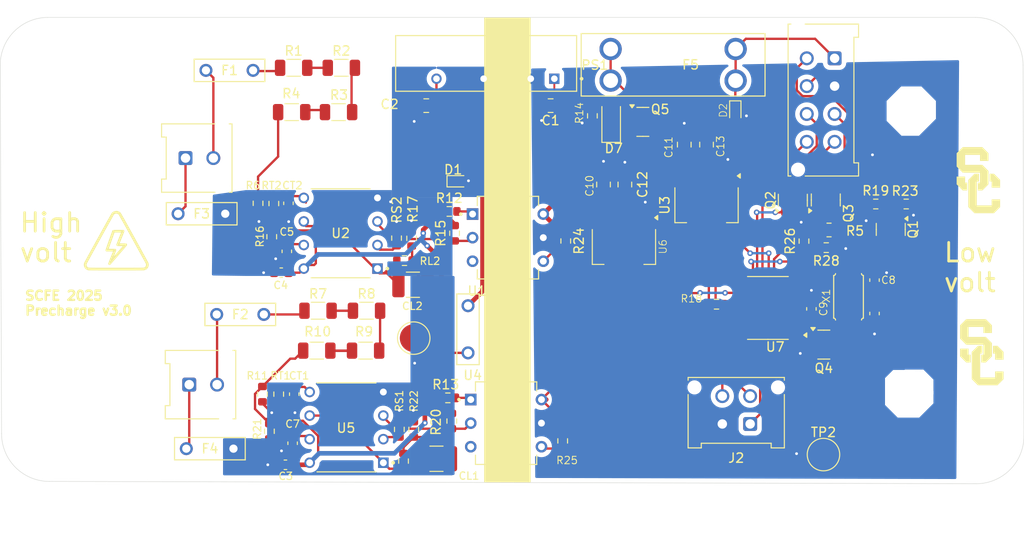
<source format=kicad_pcb>
(kicad_pcb (version 20241229) (generator "pcbnew") (generator_version "9.0")
  (layers (0 "F.Cu" signal) (2 "B.Cu" signal) (13 "F.Paste" user) (15 "B.Paste" user) (5 "F.SilkS" user "F.Silkscreen") (7 "B.SilkS" user "B.Silkscreen") (1 "F.Mask" user) (3 "B.Mask" user) (25 "Edge.Cuts" user))
  (net 0 "")
  (net 1 "Net-(R3-Pad2)")
  (net 2 "Net-(R16-Pad1)")
  (net 3 "Net-(R2-Pad2)")
  (net 4 "Net-(R1-Pad2)")
  (net 5 "/HV+_postAIR")
  (net 6 "SDCin")
  (net 7 "Net-(R7-Pad2)")
  (net 8 "/HV+_preAIR")
  (net 9 "Net-(R8-Pad2)")
  (net 10 "Net-(R10-Pad1)")
  (net 11 "charge_on")
  (net 12 "CHG")
  (net 13 "Net-(R10-Pad2)")
  (net 14 "12V_HV")
  (net 15 "Net-(R13-Pad2)")
  (net 16 "AIR+_en")
  (net 17 "HV-")
  (net 18 "Net-(R12-Pad2)")
  (net 19 "Net-(U2-FOUT)")
  (net 20 "Net-(Q4-G)")
  (net 21 "Net-(U2-RC)")
  (net 22 "Net-(U5-RC)")
  (net 23 "Net-(U2-IREF)")
  (net 24 "Net-(U5-IREF)")
  (net 25 "Net-(U2-IOUT)")
  (net 26 "Net-(U5-IOUT)")
  (net 27 "Net-(U2-COMPIN)")
  (net 28 "Net-(Q2-G)")
  (net 29 "GLV+")
  (net 30 "f_preAIR")
  (net 31 "f_postAIR")
  (net 32 "Net-(U5-COMPIN)")
  (net 33 "Net-(U5-FOUT)")
  (net 34 "Pre_en")
  (net 35 "5V+")
  (net 36 "GLV-")
  (net 37 "PC_error")
  (net 38 "Net-(Molex1-Pin_1)")
  (net 39 "Net-(Molex1-Pin_2)")
  (net 40 "Net-(Molex2-Pin_2)")
  (net 41 "Net-(Molex2-Pin_1)")
  (net 44 "Net-(D2-K)")
  (net 45 "Net-(CL2-Pad2)")
  (net 46 "Net-(CL1-Pad2)")
  (net 47 "Net-(U7-PC14)")
  (net 48 "Net-(U7-PC15)")
  (net 49 "3.3 V")
  (net 50 "Net-(D7-A)")
  (net 51 "Pre_GLV+")
  (net 52 "SWCLK")
  (net 53 "charge_on_3.4V")
  (net 58 "SWDIO")
  (net 61 "Net-(PS1-+VOUT)")
  (net 62 "Net-(Q1-D)")
  (net 63 "Net-(Q1-G)")
  (footprint "Capacitor_SMD:C_0603_1608Metric" (layer "F.Cu") (at 123.025 150.1 180)
    (property "Reference" "C3")
    (property "Value" "100nF")
  )
  (footprint "Diode_SMD:Nexperia_DSN1608-2_1.6x0.8mm" (layer "F.Cu") (at 171.5 111.9 -90)
    (property "Reference" "D2")
    (property "Value" "PTVS15VZ1USK")
  )
  (footprint "Package_TO_SOT_SMD:SOT-23" (layer "F.Cu") (at 177.7 121.6 90)
    (property "Reference" "Q2")
    (property "Value" "AO3400A")
  )
  (footprint "TestPoint:TestPoint_Pad_D3.0mm" (layer "F.Cu") (at 181 149)
    (property "Reference" "TP2")
    (property "Value" "TestPoint")
  )
  (footprint "footprints:CONV_TBA_1-1212E" (layer "F.Cu") (at 144.65 106.85 180)
    (property "Reference" "PS1")
    (property "Value" "TBA_1-1212E")
  )
  (footprint "Capacitor_SMD:C_0603_1608Metric" (layer "F.Cu") (at 123.175 127.1 -90)
    (property "Reference" "C5")
    (property "Value" "100nF")
  )
  (footprint "Resistor_SMD:R_0603_1608Metric" (layer "F.Cu") (at 140.95 145.3875 -90)
    (property "Reference" "R20")
    (property "Value" "10k")
  )
  (footprint "LOGO" (layer "F.Cu") (at 198.05 137.97)
    (property "Reference" "G***" (hide yes))
    (property "Value" "LOGO" (hide yes))
  )
  (footprint "Capacitor_SMD:C_0603_1608Metric" (layer "F.Cu") (at 123.8 147.775 -90)
    (property "Reference" "C7")
    (property "Value" "100nF")
  )
  (footprint "Diode_SMD:Nexperia_DSN1608-2_1.6x0.8mm" (layer "F.Cu") (at 141.45 119.55)
    (property "Reference" "D1")
    (property "Value" "PTVS15VZ1USK")
  )
  (footprint "Capacitor_SMD:C_0603_1608Metric" (layer "F.Cu") (at 179.7 133.3 90)
    (property "Reference" "C9")
    (property "Value" "100nF")
  )
  (footprint "footprints:FUSE_BK_PCS" (layer "F.Cu") (at 114.885 148.3625 180)
    (property "Reference" "F4")
    (property "Value" "750mA")
  )
  (footprint "Package_TO_SOT_SMD:SOT-23" (layer "F.Cu") (at 181.25 121.5625 90)
    (property "Reference" "Q3")
    (property "Value" "AO3401A")
  )
  (footprint "Resistor_SMD:R_0603_1608Metric" (layer "F.Cu") (at 136.625 125.7 90)
    (property "Reference" "R17")
    (property "Value" "47")
  )
  (footprint "Resistor_SMD:R_0603_1608Metric" (layer "F.Cu") (at 120.55 142.4875 -90)
    (property "Reference" "R11")
    (property "Value" "25k")
  )
  (footprint "footprints:FUSE_BK_PCS" (layer "F.Cu") (at 114 123.05 180)
    (property "Reference" "F3")
    (property "Value" "750mA")
  )
  (footprint "MountingHole:MountingHole_4.3mm_M4" (layer "F.Cu") (at 190.46 142.33)
    (property "Reference" "H4" (hide yes))
    (property "Value" "MountingHole")
  )
  (footprint "Package_TO_SOT_SMD:SOT-23" (layer "F.Cu") (at 181.0375 137.15)
    (property "Reference" "Q4")
    (property "Value" "AO3400A")
  )
  (footprint "Capacitor_SMD:C_0805_2012Metric_Pad1.18x1.45mm_HandSolder" (layer "F.Cu") (at 159.6 119.9 90)
    (property "Reference" "C12")
    (property "Value" "10uF")
  )
  (footprint "Capacitor_SMD:C_1210_3225Metric_Pad1.33x2.70mm_HandSolder" (layer "F.Cu") (at 136.7625 130.7)
    (property "Reference" "CL2")
    (property "Value" "ECPU1C105MA5")
  )
  (footprint "Capacitor_SMD:C_0805_2012Metric_Pad1.18x1.45mm_HandSolder" (layer "F.Cu") (at 138.2 111.4 180)
    (property "Reference" "C2")
    (property "Value" "0.47uF")
  )
  (footprint "Capacitor_SMD:C_0805_2012Metric_Pad1.18x1.45mm_HandSolder" (layer "F.Cu") (at 168.4 115.6 90)
    (property "Reference" "C13")
    (property "Value" "10uF")
  )
  (footprint "Resistor_SMD:R_0603_1608Metric" (layer "F.Cu") (at 181.3 126.7 180)
    (property "Reference" "R28")
    (property "Value" "10k")
  )
  (footprint "Resistor_SMD:R_0603_1608Metric" (layer "F.Cu") (at 156.1 112.5 -90)
    (property "Reference" "R14")
    (property "Value" "50k")
  )
  (footprint "Resistor_SMD:R_1206_3216Metric" (layer "F.Cu") (at 126.5375 133.5)
    (property "Reference" "R7")
    (property "Value" "210k")
  )
  (footprint "Package_TO_SOT_SMD:SOT-223-3_TabPin2" (layer "F.Cu") (at 168.4 122.1 -90)
    (property "Reference" "U3")
    (property "Value" "NCP1117-3.3_SOT223")
  )
  (footprint "MountingHole:MountingHole_4.3mm_M4" (layer "F.Cu") (at 190.46 111.99)
    (property "Reference" "H2" (hide yes))
    (property "Value" "MountingHole")
  )
  (footprint "Resistor_SMD:R_0603_1608Metric" (layer "F.Cu") (at 153.23 125.985 -90)
    (property "Reference" "R24")
    (property "Value" "1k")
  )
  (footprint "LOGO" (layer "F.Cu") (at 197.68 119.43)
    (property "Reference" "G***" (hide yes))
    (property "Value" "LOGO" (hide yes))
  )
  (footprint "Package_TO_SOT_SMD:SOT-223-3_TabPin2" (layer "F.Cu") (at 159.5 126.6 -90)
    (property "Reference" "U6")
    (property "Value" "NCP1117LPST50T3G")
  )
  (footprint "footprints:FUSE_BK_PCS" (layer "F.Cu") (at 118.16 133.9)
    (property "Reference" "F2")
    (property "Value" "750mA")
  )
  (footprint "footprints:DIP794W45P254L959H508Q8" (layer "F.Cu") (at 128.975 125.15 180)
    (property "Reference" "U2")
    (property "Value" "LM331")
  )
  (footprint "Resistor_SMD:R_0603_1608Metric" (layer "F.Cu") (at 169.475 132.8)
    (property "Reference" "R18")
    (property "Value" "10k")
  )
  (footprint "Resistor_SMD:R_0603_1608Metric" (layer "F.Cu") (at 121.775 121.95 -90)
    (property "Reference" "RT2")
    (property "Value" "0603WAF6801T5E")
  )
  (footprint "Resistor_SMD:R_0603_1608Metric" (layer "F.Cu") (at 189.915 122)
    (property "Reference" "R23")
    (property "Value" "10k")
  )
  (footprint "Resistor_SMD:R_1206_3216Metric" (layer "F.Cu") (at 131.7625 133.5)
    (property "Reference" "R8")
    (property "Value" "210k")
  )
  (footprint "Resistor_SMD:R_1206_3216Metric" (layer "F.Cu") (at 123.9125 107.325)
    (property "Reference" "R1")
    (property "Value" "210k")
  )
  (footprint "Resistor_SMD:R_0603_1608Metric" (layer "F.Cu") (at 140.675 122.8)
    (property "Reference" "R12")
    (property "Value" "4.7k")
  )
  (footprint "Capacitor_SMD:C_0603_1608Metric" (layer "F.Cu") (at 186.5 130.2 -90)
    (property "Reference" "C8")
    (property "Value" "20pF")
  )
  (footprint "Resistor_SMD:R_0603_1608Metric" (layer "F.Cu") (at 120.075 121.925 -90)
    (property "Reference" "R6")
    (property "Value" "25k")
  )
  (footprint "Resistor_SMD:R_1206_3216Metric" (layer "F.Cu") (at 126.4 137.8 180)
    (property "Reference" "R10")
    (property "Value" "210k")
  )
  (footprint "Resistor_SMD:R_0603_1608Metric" (layer "F.Cu") (at 135.75 149.7 90)
    (property "Reference" "RL1" (hide yes))
    (property "Value" "RC0603FR-07100KL")
  )
  (footprint "Resistor_SMD:R_0603_1608Metric" (layer "F.Cu") (at 121.3 146.4875 -90)
    (property "Reference" "R21")
    (property "Value" "100k")
  )
  (footprint "Resistor_SMD:R_1206_3216Metric" (layer "F.Cu") (at 128.75 112.1 180)
    (property "Reference" "R3")
    (property "Value" "210k")
  )
  (footprint "Capacitor_SMD:C_0603_1608Metric" (layer "F.Cu") (at 123.975 142.4875 -90)
    (property "Reference" "CT1")
    (property "Value" "C1608C0G1H103JT000N")
  )
  (footprint "Capacitor_SMD:C_0603_1608Metric" (layer "F.Cu") (at 122.575 129.4 180)
    (property "Reference" "C4")
    (property "Value" "100nF")
  )
  (footprint "Package_TO_SOT_SMD:SOT-23" (layer "F.Cu") (at 161.5375 113.15)
    (property "Reference" "Q5")
    (property "Value" "AO3401A")
  )
  (footprint "Resistor_SMD:R_0603_1608Metric" (layer "F.Cu") (at 152.9 147.525 -90)
    (property "Reference" "R25")
    (property "Value" "1k")
  )
  (footprint "Capacitor_SMD:C_0603_1608Metric" (layer "F.Cu") (at 186.5 133.8 90)
    (property "Reference" "C6" (hide yes))
    (property "Value" "20pF")
  )
  (footprint "Resistor_SMD:R_0603_1608Metric" (layer "F.Cu") (at 135 125.675 -90)
    (property "Reference" "RS2")
    (property "Value" "0603WAF1202T5E")
  )
  (footprint "LOGO" (layer "F.Cu") (at 104.8 125.95)
    (property "Reference" "G***" (hide yes))
    (property "Value" "LOGO" (hide yes))
  )
  (footprint "Package_TO_SOT_SMD:SOT-23" (layer "F.Cu") (at 188.25 124.7375 -90)
    (property "Reference" "Q1")
    (property "Value" "AO3400A")
  )
  (footprint "MountingHole:MountingHole_4.3mm_M4" (layer "F.Cu") (at 104.01 111.99)
    (property "Reference" "H1" (hide yes))
    (property "Value" "MountingHole")
  )
  (footprint "Capacitor_SMD:C_0805_2012Metric_Pad1.18x1.45mm_HandSolder" (layer "F.Cu") (at 157.3 119.9 90)
    (property "Reference" "C10")
    (property "Value" "10uF")
  )
  (footprint "Resistor_SMD:R_0603_1608Metric" (layer "F.Cu") (at 121.55 125.525 -90)
    (property "Reference" "R16")
    (property "Value" "100k")
  )
  (footprint "Resistor_SMD:R_0603_1608Metric" (layer "F.Cu") (at 186.635 122)
    (property "Reference" "R19")
    (property "Value" "4k")
  )
  (footprint "Resistor_SMD:R_1206_3216Metric" (layer "F.Cu") (at 129.05 107.325)
    (property "Reference" "R2")
    (property "Value" "210k")
  )
  (footprint "TestPoint:TestPoint_Pad_D3.0mm" (layer "F.Cu") (at 136.85 136.45)
    (property "Reference" "TP1" (hide yes))
    (property "Value" "TestPoint")
  )
  (footprint "Resistor_SMD:R_1206_3216Metric" (layer "F.Cu") (at 131.6625 137.8 180)
    (property "Reference" "R9")
    (property "Value" "210k")
  )
  (footprint "footprints:FUSE_3557-2" (layer "F.Cu") (at 164.8 107)
    (property "Reference" "F5")
    (property "Value" "3557-2")
  )
  (footprint "Connector_Molex:Molex_Micro-Fit_3.0_43045-0212_2x01_P3.00mm_Vertical" (layer "F.Cu") (at 112.66 141.4625 90)
    (property "Reference" "Molex2" (hide yes))
    (property "Value" "043045-0212")
  )
  (footprint "Capacitor_SMD:C_0805_2012Metric_Pad1.18x1.45mm_HandSolder" (layer "F.Cu") (at 166 115.6 90)
    (property "Reference" "C11")
    (property "Value" "10uF")
  )
  (footprint "Resistor_SMD:R_0603_1608Metric" (layer "F.Cu") (at 135.85 128.1)
    (property "Reference" "RL2")
    (property "Value" "RC0603FR-07100KL")
  )
  (footprint "MountingHole:MountingHole_4.3mm_M4" (layer "F.Cu") (at 104.01 142.33)
    (property "Reference" "H3" (hide yes))
    (property "Value" "MountingHole")
  )
  (footprint "Resistor_SMD:R_0603_1608Metric" (layer "F.Cu") (at 135.3 146.2875 -90)
    (property "Reference" "RS1")
    (property "Value" "0603WAF1202T5E")
  )
  (footprint "Resistor_SMD:R_0805_2012Metric_Pad1.20x1.40mm_HandSolder" (layer "F.Cu") (at 181.6 124.8 180)
    (property "Reference" "R5")
    (property "Value" "10k")
  )
  (footprint "Package_SO:TSSOP-20_4.4x6.5mm_P0.65mm" (layer "F.Cu") (at 175.0125 133.2 180)
    (property "Reference" "U7")
    (property "Value" "STM32C011F4Px")
  )
  (footprint "Resistor_SMD:R_0603_1608Metric" (layer "F.Cu") (at 140.525 142.8875)
    (property "Reference" "R13")
    (property "Value" "4.7k")
  )
  (footprint "Capacitor_SMD:C_1210_3225Metric_Pad1.33x2.70mm_HandSolder" (layer "F.Cu") (at 139.3 149.45)
    (property "Reference" "CL1")
    (property "Value" "ECPU1C105MA5")
  )
  (footprint "footprints:FUSE_BK_PCS" (layer "F.Cu") (at 117 107.6)
    (property "Reference" "F1")
    (property "Value" "750mA")
  )
  (footprint "Resistor_SMD:R_0603_1608Metric" (layer "F.Cu") (at 136.85 146.2875 90)
    (property "Reference" "R22")
    (property "Value" "47")
  )
  (footprint "Connector_Molex:Molex_Micro-Fit_3.0_43045-0812_2x04_P3.00mm_Vertical" (layer "F.Cu") (at 182.2 106.3 -90)
    (property "Reference" "J1" (hide yes))
    (property "Value" "0430450812")
  )
  (footprint "Capacitor_SMD:C_0603_1608Metric" (layer "F.Cu") (at 123.35 121.925 -90)
    (property "Reference" "CT2")
    (property "Value" "C1608C0G1H103JT000N")
  )
  (footprint "Crystal_Oscillator:OSCCC500X320X135" (layer "F.Cu") (at 183.7 132 -90)
    (property "Reference" "X1")
    (property "Value" "X50328MSB2GI")
  )
  (footprint "Diode_SMD:D_SOD-123F" (layer "F.Cu") (at 158.125 113.15 90)
    (property "Reference" "D7")
    (property "Value" "BZT52B-7-F")
  )
  (footprint "footprints:H11L1M" (layer "F.Cu") (at 146.8025 145.6125)
    (property "Reference" "U4")
    (property "Value" "H11L1")
  )
  (footprint "Connector_Molex:Molex_Micro-Fit_3.0_43045-0212_2x01_P3.00mm_Vertical" (layer "F.Cu") (at 112.26 117.05 90)
    (property "Reference" "Molex1" (hide yes))
    (property "Value" "043045-0212")
  )
  (footprint "footprints:H11L1M" (layer "F.Cu") (at 147 125.625)
    (property "Reference" "U1")
    (property "Value" "H11L1")
  )
  (footprint "Resistor_SMD:R_0603_1608Metric" (layer "F.Cu") (at 122.3 142.4875 -90)
    (property "Reference" "RT1")
    (property "Value" "0603WAF6801T5E")
  )
  (footprint "Resistor_SMD:R_1206_3216Metric" (layer "F.Cu") (at 123.7 112.1 180)
    (property "Reference" "R4")
    (property "Value" "210k")
  )
  (footprint "Connector_Molex:Molex_Micro-Fit_3.0_43045-0412_2x02_P3.00mm_Vertical" (layer "F.Cu") (at 173.1 145.7 180)
    (property "Reference" "J2")
    (property "Value" "Conn_01x04_Pin")
  )
  (footprint "footprints:DIP794W45P254L959H508Q8" (layer "F.Cu") (at 129.605 146.0675 180)
    (property "Reference" "U5")
    (property "Value" "LM331")
  )
  (footprint "Capacitor_SMD:C_0805_2012Metric_Pad1.18x1.45mm_HandSolder" (layer "F.Cu") (at 151.6 111.4 180)
    (property "Reference" "C1")
    (property "Value" "22uF")
  )
  (footprint "Resistor_SMD:R_0603_1608Metric" (layer "F.Cu") (at 178.9 126 90)
    (property "Reference" "R26")
    (property "Value" "25k")
  )
  (footprint "PrechargeFuse:FUSE_BK_PCS" (layer "F.Cu") (at 142.7 135.5 -90)
    (property "Reference" "F6")
    (property "Value" "700mA")
  )
  (footprint "Resistor_SMD:R_0603_1608Metric" (layer "F.Cu") (at 141.25 125.15 -90)
    (property "Reference" "R15")
    (property "Value" "10k")
  )
  (gr_rect (start 144.4875 101.95) (end 149.4 151.95) (stroke (width 0.1)) (fill yes) (layer "F.SilkS"))
  (gr_arc (start 92.294529 107.034529) (mid 93.8 103.4) (end 97.434529 101.894529) (stroke (width 0.05)) (layer "Edge.Cuts"))
  (gr_line (start 197.365471 101.894529) (end 97.43453 101.894529) (stroke (width 0.05)) (layer "Edge.Cuts"))
  (gr_arc (start 97.579529 151.89) (mid 93.944992 150.384537) (end 92.439529 146.75) (stroke (width 0.05)) (layer "Edge.Cuts"))
  (gr_line (start 92.294529 107.03453) (end 92.439529 146.75) (stroke (width 0.05)) (layer "Edge.Cuts"))
  (gr_arc (start 202.6 147) (mid 201.094537 150.634537) (end 197.46 152.14) (stroke (width 0.05)) (layer "Edge.Cuts"))
  (gr_line (start 97.579529 151.89) (end 197.46 152.14) (stroke (width 0.05)) (layer "Edge.Cuts"))
  (gr_arc (start 197.365471 101.894529) (mid 201 103.4) (end 202.505471 107.034529) (stroke (width 0.05)) (layer "Edge.Cuts"))
  (gr_line (start 202.6 147) (end 202.505471 107.034529) (stroke (width 0.05)) (layer "Edge.Cuts"))
  (gr_text "High \nvolt" (at 94.25 128.4 0) (layer "F.SilkS") (effects (font (size 2 2) (thickness 0.3)) (justify left bottom)))
  (gr_text "SCFE 2025\nPrecharge v3.0" (at 94.85 134.075 0) (layer "F.SilkS") (effects (font (size 1 1) (thickness 0.25)) (justify left bottom)))
  (gr_text "Low\nvolt" (at 193.82 131.62 0) (layer "F.SilkS") (effects (font (size 2 2) (thickness 0.3)) (justify left bottom)))
  (segment (start 125.325 111.875) (end 127.5875 111.875) (width 0.25) (layer "F.Cu") (net 1))
  (segment (start 120.075 119.05) (end 122.2375 116.8875) (width 0.25) (layer "F.Cu") (net 2))
  (segment (start 120.1 124.7) (end 118.9 123.5) (width 0.25) (layer "F.Cu") (net 2))
  (segment (start 119.625 121.1) (end 120.075 121.1) (width 0.25) (layer "F.Cu") (net 2))
  (segment (start 118.9 123.5) (end 118.9 121.825) (width 0.25) (layer "F.Cu") (net 2))
  (segment (start 118.9 121.825) (end 119.625 121.1) (width 0.25) (layer "F.Cu") (net 2))
  (segment (start 121.55 124.7) (end 120.1 124.7) (width 0.25) (layer "F.Cu") (net 2))
  (segment (start 120.075 121.1) (end 120.075 119.05) (width 0.25) (layer "F.Cu") (net 2))
  (segment (start 122.2375 116.8875) (end 122.2375 112.1) (width 0.25) (layer "F.Cu") (net 2))
  (segment (start 130.15 111.8) (end 130.225 111.875) (width 0.25) (layer "F.Cu") (net 3))
  (segment (start 130.15 107.325) (end 130.15 111.8) (width 0.25) (layer "F.Cu") (net 3))
  (segment (start 125.375 107.325) (end 127.5875 107.325) (width 0.25) (layer "F.Cu") (net 4))
  (segment (start 119.675 107.675) (end 122.1 107.675) (width 0.25) (layer "F.Cu") (net 5))
  (segment (start 122.1 107.675) (end 122.45 107.325) (width 0.25) (layer "F.Cu") (net 5))
  (segment (start 178.754306 110.376) (end 178.124 109.745694) (width 0.25) (layer "F.Cu") (net 6))
  (segment (start 178.124 107.376) (end 179.2 106.3) (width 0.25) (layer "F.Cu") (net 6))
  (segment (start 182.2 122.5) (end 182.7 122) (width 0.25) (layer "F.Cu") (net 6))
  (segment (start 181.797694 110.376) (end 178.754306 110.376) (width 0.25) (layer "F.Cu") (net 6))
  (segment (start 183.727 112.305306) (end 181.797694 110.376) (width 0.25) (layer "F.Cu") (net 6))
  (segment (start 182.6 124.8) (end 182.6 122.9) (width 0.25) (layer "F.Cu") (net 6))
  (segment (start 182.6 122.9) (end 182.2 122.5) (width 0.25) (layer "F.Cu") (net 6))
  (segment (start 183.727 120.973) (end 183.727 112.305306) (width 0.25) (layer "F.Cu") (net 6))
  (segment (start 182.2 122.5) (end 183.727 120.973) (width 0.25) (layer "F.Cu") (net 6))
  (segment (start 178.124 109.745694) (end 178.124 107.376) (width 0.25) (layer "F.Cu") (net 6))
  (segment (start 182.7 122) (end 185.81 122) (width 0.25) (layer "F.Cu") (net 6))
  (segment (start 128 133.5) (end 130.3 133.5) (width 0.25) (layer "F.Cu") (net 7))
  (segment (start 124.675 133.9) (end 125.075 133.5) (width 0.25) (layer "F.Cu") (net 8))
  (segment (start 120.7 133.9) (end 124.675 133.9) (width 0.25) (layer "F.Cu") (net 8))
  (segment (start 133.225 137.7) (end 133.125 137.8) (width 0.25) (layer "F.Cu") (net 9))
  (segment (start 133.225 133.5) (end 133.225 137.7) (width 0.25) (layer "F.Cu") (net 9))
  (segment (start 128.475 137.825) (end 130.175 137.825) (width 0.25) (layer "F.Cu") (net 10))
  (segment (start 127.8625 137.8) (end 130.2 137.8) (width 0.25) (layer "F.Cu") (net 10))
  (segment (start 130.175 137.825) (end 130.2 137.8) (width 0.25) (layer "F.Cu") (net 10))
  (segment (start 182.2 115.3) (end 180.3 117.2) (width 0.25) (layer "F.Cu") (net 11))
  (segment (start 180.225 125.175) (end 180.6 124.8) (width 0.25) (layer "F.Cu") (net 11))
  (segment (start 180.3 122.5) (end 180.3 124.5) (width 0.25) (layer "F.Cu") (net 11))
  (segment (start 178.9 125.175) (end 180.225 125.175) (width 0.25) (layer "F.Cu") (net 11))
  (segment (start 180.3 124.5) (end 180.6 124.8) (width 0.25) (layer "F.Cu") (net 11))
  (segment (start 180.3 117.2) (end 180.3 122.5) (width 0.25) (layer "F.Cu") (net 11))
  (segment (start 182.2 112.3) (end 183.276 113.376) (width 0.25) (layer "F.Cu") (net 12))
  (segment (start 183.276 113.376) (end 183.276 118.599) (width 0.25) (layer "F.Cu") (net 12))
  (segment (start 183.276 118.599) (end 181.25 120.625) (width 0.25) (layer "F.Cu") (net 12))
  (segment (start 123.55 138.6625) (end 120.55 141.6625) (width 0.25) (layer "F.Cu") (net 13))
  (segment (start 124.9375 137.8) (end 124.075 138.6625) (width 0.25) (layer "F.Cu") (net 13))
  (segment (start 121.3 145.1625) (end 120.825 145.1625) (width 0.25) (layer "F.Cu") (net 13))
  (segment (start 124.075 138.6625) (end 123.55 138.6625) (width 0.25) (layer "F.Cu") (net 13))
  (segment (start 121.15 145.4875) (end 121.15 145.5125) (width 0.25) (layer "F.Cu") (net 13))
  (segment (start 119.75 144.0875) (end 121.15 145.4875) (width 0.25) (layer "F.Cu") (net 13))
  (segment (start 119.75 142.4625) (end 120.55 141.6625) (width 0.25) (layer "F.Cu") (net 13))
  (segment (start 121.15 145.5125) (end 121.3 145.6625) (width 0.25) (layer "F.Cu") (net 13))
  (segment (start 119.75 144.0875) (end 119.75 142.4625) (width 0.25) (layer "F.Cu") (net 13))
  (segment (start 121.775 123.375) (end 123.25 124.85) (width 0.25) (layer "F.Cu") (net 14))
  (segment (start 126.12 128.57) (end 125.395 128.57) (width 0.25) (layer "F.Cu") (net 14))
  (segment (start 138.05 145.5875) (end 138.05 144.5375) (width 0.5) (layer "F.Cu") (net 14))
  (segment (start 123.95 145.3625) (end 124.918651 145.3625) (width 0.25) (layer "F.Cu") (net 14))
  (segment (start 139.7 142.8875) (end 139.7 143.3125) (width 0.5) (layer "F.Cu") (net 14))
  (segment (start 139.865 138.04) (end 142.7 138.04) (width 0.25) (layer "F.Cu") (net 14))
  (segment (start 139.85 122.8) (end 139.85 121.15) (width 0.5) (layer "F.Cu") (net 14))
  (segment (start 123.35 129.4) (end 124.565 129.4) (width 0.25) (layer "F.Cu") (net 14))
  (segment (start 141.165 119.835) (end 141.165 119.55) (width 0.5) (layer "F.Cu") (net 14))
  (segment (start 137.875 125.15) (end 137.875 124.775) (width 0.5) (layer "F.Cu") (net 14))
  (segment (start 122.3 143.7125) (end 123.95 145.3625) (width 0.25) (layer "F.Cu") (net 14))
  (segment (start 126.3 128.39) (end 126.12 128.57) (width 0.25) (layer "F.Cu") (net 14))
  (segment (start 139.825 138) (end 139.865 138.04) (width 0.25) (layer "F.Cu") (net 14))
  (segment (start 126.55 148.9625) (end 125.635 149.8775) (width 0.25) (layer "F.Cu") (net 14))
  (segment (start 139.7 143.3125) (end 140.95 144.5625) (width 0.5) (layer "F.Cu") (net 14))
  (segment (start 139.85 122.925) (end 141.25 124.325) (width 0.5) (layer "F.Cu") (net 14))
  (segment (start 123.8 150.1) (end 125.4125 150.1) (width 0.5) (layer "F.Cu") (net 14))
  (segment (start 122.3 143.3125) (end 122.3 143.7125) (width 0.25) (layer "F.Cu") (net 14))
  (segment (start 139.825 128.025) (end 139.825 138) (width 0.5) (layer "F.Cu") (net 14))
  (segment (start 121.775 122.775) (end 121.775 123.375) (width 0.25) (layer "F.Cu") (net 14))
  (segment (start 139.825 138) (end 139.825 142.5) (width 0.5) (layer "F.Cu") (net 14))
  (segment (start 123.25 124.85) (end 126.3 124.85) (width 0.25) (layer "F.Cu") (net 14))
  (segment (start 125.395 128.57) (end 125.005 128.96) (width 0.25) (layer "F.Cu") (net 14))
  (segment (start 141.3 124.25) (end 139.85 122.8) (width 0.5) (layer "F.Cu") (net 14))
  (segment (start 138.05 144.5375) (end 139.7 142.8875) (width 0.5) (layer "F.Cu") (net 14))
  (segment (start 139.825 128.025) (end 138.3 126.5) (width 0.5) (layer "F.Cu") (net 14))
  (segment (start 139.85 122.8) (end 139.85 122.925) (width 0.5) (layer "F.Cu") (net 14))
  (segment (start 125.4125 150.1) (end 125.635 149.8775) (width 0.5) (layer "F.Cu") (net 14))
  (segment (start 137.875 124.775) (end 139.85 122.8) (width 0.5) (layer "F.Cu") (net 14))
  (segment (start 126.3 124.85) (end 126.3 128.39) (width 0.25) (layer "F.Cu") (net 14))
  (segment (start 126.55 146.993849) (end 126.55 148.9625) (width 0.25) (layer "F.Cu") (net 14))
  (segment (start 124.918651 145.3625) (end 126.55 146.993849) (width 0.25) (layer "F.Cu") (net 14))
  (segment (start 139.85 121.15) (end 141.165 119.835) (width 0.5) (layer "F.Cu") (net 14))
  (via (at 138.05 145.5875) (size 0.6) (drill 0.3) (layers "F.Cu" "B.Cu") (net 14))
  (via (at 137.875 125.15) (size 0.6) (drill 0.3) (layers "F.Cu" "B.Cu") (net 14))
  (via (at 138.3 126.5) (size 0.6) (drill 0.3) (layers "F.Cu" "B.Cu") (net 14))
  (segment (start 126.529 127.436) (end 125.005 128.96) (width 0.5) (layer "B.Cu") (net 14))
  (segment (start 138.3 126.5) (end 137.65 125.85) (width 0.5) (layer "B.Cu") (net 14))
  (segment (start 137.875 125.525) (end 137.65 125.75) (width 0.5) (layer "B.Cu") (net 14))
  (segment (start 135.964 127.436) (end 126.529 127.436) (width 0.5) (layer "B.Cu") (net 14))
  (segment (start 134.775 148.8625) (end 126.65 148.8625) (width 0.5) (layer "B.Cu") (net 14))
  (segment (start 137.65 125.85) (end 137.65 125.75) (width 0.5) (layer "B.Cu") (net 14))
  (segment (start 137.875 125.15) (end 137.875 125.525) (width 0.5) (layer "B.Cu") (net 14))
  (segment (start 137.65 125.75) (end 135.964 127.436) (width 0.5) (layer "B.Cu") (net 14))
  (segment (start 126.65 148.8625) (end 125.635 149.8775) (width 0.5) (layer "B.Cu") (net 14))
  (segment (start 138.05 145.5875) (end 134.775 148.8625) (width 0.5) (layer "B.Cu") (net 14))
  (segment (start 142.8075 142.8875) (end 141.35 142.8875) (width 0.25) (layer "F.Cu") (net 15))
  (segment (start 142.9925 143.0725) (end 142.8075 142.8875) (width 0.25) (layer "F.Cu") (net 15))
  (segment (start 177.7 119.5) (end 177.7 120.6625) (width 0.25) (layer "F.Cu") (net 16))
  (segment (start 177.3 118.007007) (end 177.3 119.1) (width 0.25) (layer "F.Cu") (net 16))
  (segment (start 177.988102 117.318905) (end 177.3 118.007007) (width 0.25) (layer "F.Cu") (net 16))
  (segment (start 180.276 113.376) (end 180.276 115.745694) (width 0.25) (layer "F.Cu") (net 16))
  (segment (start 178.702789 117.318905) (end 177.988102 117.318905) (width 0.25) (layer "F.Cu") (net 16))
  (segment (start 179.2 112.3) (end 180.276 113.376) (width 0.25) (layer "F.Cu") (net 16))
  (segment (start 180.276 115.745694) (end 178.702789 117.318905) (width 0.25) (layer "F.Cu") (net 16))
  (segment (start 177.3 119.1) (end 177.7 119.5) (width 0.25) (layer "F.Cu") (net 16))
  (segment (start 122.25 150.1) (end 121.125 150.1) (width 0.5) (layer "F.Cu") (net 17))
  (segment (start 123.975 143.2625) (end 123.975 144.4125) (width 0.25) (layer "F.Cu") (net 17))
  (segment (start 136.85 139.05) (end 136.95 139.15) (width 0.25) (layer "F.Cu") (net 17))
  (segment (start 123.35 123.875) (end 123.375 123.9) (width 0.25) (layer "F.Cu") (net 17))
  (segment (start 135.3 145.4625) (end 135.3 144.2375) (width 0.25) (layer "F.Cu") (net 17))
  (segment (start 122 127.875) (end 121.975 127.9) (width 0.25) (layer "F.Cu") (net 17))
  (segment (start 122.65 148.55) (end 122.6 148.6) (width 0.25) (layer "F.Cu") (net 17))
  (segment (start 120.55 143.3125) (end 120.55 143.4875) (width 0.25) (layer "F.Cu") (net 17))
  (segment (start 120.55 143.4875) (end 121.55 144.4875) (width 0.25) (layer "F.Cu") (net 17))
  (segment (start 136.625 123.825) (end 136.6 123.8) (width 0.25) (layer "F.Cu") (net 17))
  (segment (start 120.075 122.75) (end 120.075 123.791116) (width 0.25) (layer "F.Cu") (net 17))
  (segment (start 134.276116 121.84) (end 134.358058 121.758058) (width 0.25) (layer "F.Cu") (net 17))
  (segment (start 137.1625 111.4) (end 137.1625 112.8375) (width 0.25) (layer "F.Cu") (net 17))
  (segment (start 136.625 124.875) (end 136.625 123.825) (width 0.25) (layer "F.Cu") (net 17))
  (segment (start 137.1625 112.8375) (end 136.9 113.1) (width 0.25) (layer "F.Cu") (net 17))
  (segment (start 123.175 127.875) (end 122 127.875) (width 0.25) (layer "F.Cu") (net 17))
  (segment (start 121.8 129.4) (end 120.675 129.4) (width 0.25) (layer "F.Cu") (net 17))
  (segment (start 136.85 145.4625) (end 136.85 144.2875) (width 0.25) (layer "F.Cu") (net 17))
  (segment (start 123.35 122.7) (end 123.35 123.875) (width 0.25) (layer "F.Cu") (net 17))
  (segment (start 142.7 119.55) (end 142.75 119.5) (width 0.25) (layer "F.Cu") (net 17))
  (segment (start 142.05 119.55) (end 142.7 119.55) (width 0.25) (layer "F.Cu") (net 17))
  (segment (start 136.85 136.45) (end 136.85 139.05) (width 0.25) (layer "F.Cu") (net 17))
  (segment (start 123.8 148.55) (end 122.65 148.55) (width 0.25) (layer "F.Cu") (net 17))
  (segment (start 135 124.85) (end 135 123.9) (width 0.25) (layer "F.Cu") (net 17))
  (segment (start 136.85 144.2875) (end 136.8 144.2375) (width 0.25) (layer "F.Cu") (net 17))
  (segment (start 133.17 121.84) (end 134.276116 121.84) (width 0.25) (layer "F.Cu") (net 17))
  (segment (start 120.075 123.791116) (end 120.172275 123.888391) (width 0.25) (layer "F.Cu") (net 17))
  (segment (start 123.975 144.4125) (end 124.05 144.4875) (width 0.25) (layer "F.Cu") (net 17))
  (via (at 121.975 127.9) (size 0.6) (drill 0.3) (layers "F.Cu" "B.Cu") (net 17))
  (via (at 122.6 148.6) (size 0.6) (drill 0.3) (layers "F.Cu" "B.Cu") (net 17))
  (via (at 136.8 144.2375) (size 0.6) (drill 0.3) (layers "F.Cu" "B.Cu") (net 17))
  (via (at 136.95 139.15) (size 0.6) (drill 0.3) (layers "F.Cu" "B.Cu") (net 17))
  (via (at 124.05 144.4875) (size 0.6) (drill 0.3) (layers "F.Cu" "B.Cu") (net 17))
  (via (at 134.358058 121.758058) (size 0.6) (drill 0.3) (layers "F.Cu" "B.Cu") (net 17))
  (via (at 120.172275 123.888391) (size 0.6) (drill 0.3) (layers "F.Cu" "B.Cu") (net 17))
  (via (at 121.125 150.1) (size 0.6) (drill 0.3) (layers "F.Cu" "B.Cu") (net 17))
  (via (at 135.3 144.2375) (size 0.6) (drill 0.3) (layers "F.Cu" "B.Cu") (net 17))
  (via (at 123.375 123.9) (size 0.6) (drill 0.3) (layers "F.Cu" "B.Cu") (net 17))
  (via (at 142.75 119.5) (size 0.6) (drill 0.3) (layers "F.Cu" "B.Cu") (net 17))
  (via (at 120.675 129.4) (size 0.6) (drill 0.3) (layers "F.Cu" "B.Cu") (net 17))
  (via (at 136.9 113.1) (size 0.6) (drill 0.3) (layers "F.Cu" "B.Cu") (net 17))
  (via (at 121.55 144.4875) (size 0.6) (drill 0.3) (layers "F.Cu" "B.Cu") (net 17))
  (via (at 136.6 123.8) (size 0.6) (drill 0.3) (layers "F.Cu" "B.Cu") (net 17))
  (via (at 135 123.9) (size 0.6) (drill 0.3) (layers "F.Cu" "B.Cu") (net 17))
  (segment (start 141.5 122.8) (end 142.905 122.8) (width 0.25) (layer "F.Cu") (net 18))
  (segment (start 142.905 122.8) (end 143.19 123.085) (width 0.25) (layer "F.Cu") (net 18))
  (segment (start 133.17 124.38) (end 134.565 125.775) (width 0.25) (layer "F.Cu") (net 19))
  (segment (start 134.565 125.775) (end 141.05 125.775) (width 0.25) (layer "F.Cu") (net 19))
  (segment (start 141.05 125.775) (end 141.25 125.975) (width 0.25) (layer "F.Cu") (net 19))
  (segment (start 142.84 125.975) (end 143.19 125.625) (width 0.25) (layer "F.Cu") (net 19))
  (segment (start 141.25 125.975) (end 142.84 125.975) (width 0.25) (layer "F.Cu") (net 19))
  (segment (start 177.875 136.125) (end 180.025 136.125) (width 0.25) (layer "F.Cu") (net 20))
  (segment (start 180.025 136.125) (end 180.1 136.2) (width 0.25) (layer "F.Cu") (net 20))
  (segment (start 121.775 121.125) (end 123.325 121.125) (width 0.25) (layer "F.Cu") (net 21))
  (segment (start 123.35 121.15) (end 124.815 121.15) (width 0.25) (layer "F.Cu") (net 21))
  (segment (start 123.325 121.125) (end 123.35 121.15) (width 0.25) (layer "F.Cu") (net 21))
  (segment (start 125.04 121.65) (end 125.23 121.84) (width 0.25) (layer "F.Cu") (net 21))
  (segment (start 125.09 141.7125) (end 125.635 142.2575) (width 0.25) (layer "F.Cu") (net 22))
  (segment (start 123.925 141.6625) (end 123.975 141.7125) (width 0.25) (layer "F.Cu") (net 22))
  (segment (start 123.975 141.7125) (end 125.09 141.7125) (width 0.25) (layer "F.Cu") (net 22))
  (segment (start 122.3 141.6625) (end 123.925 141.6625) (width 0.25) (layer "F.Cu") (net 22))
  (segment (start 134.58 126.92) (end 135 126.5) (width 0.25) (layer "F.Cu") (net 23))
  (segment (start 133.17 126.92) (end 134.58 126.92) (width 0.25) (layer "F.Cu") (net 23))
  (segment (start 135.3 147.1125) (end 133.8 147.1125) (width 0.25) (layer "F.Cu") (net 24))
  (segment (start 133.8 147.1125) (end 133.575 147.3375) (width 0.25) (layer "F.Cu") (net 24))
  (segment (start 133.17 129.46) (end 133.96 129.46) (width 0.25) (layer "F.Cu") (net 25))
  (segment (start 133.17 129.46) (end 133.665 129.46) (width 0.25) (layer "F.Cu") (net 25))
  (segment (start 125.23 124.38) (end 128.09 124.38) (width 0.25) (layer "F.Cu") (net 25))
  (segment (start 128.09 124.38) (end 133.17 129.46) (width 0.25) (layer "F.Cu") (net 25))
  (segment (start 133.96 129.46) (end 135.2 130.7) (width 0.25) (layer "F.Cu") (net 25))
  (segment (start 133.665 129.46) (end 135.025 128.1) (width 0.25) (layer "F.Cu") (net 25))
  (segment (start 135.75 150.525) (end 136.6625 150.525) (width 0.25) (layer "F.Cu") (net 26))
  (segment (start 135.75 150.525) (end 134.2225 150.525) (width 0.25) (layer "F.Cu") (net 26))
  (segment (start 128.495 144.7975) (end 133.575 149.8775) (width 0.25) (layer "F.Cu") (net 26))
  (segment (start 125.635 144.7975) (end 128.495 144.7975) (width 0.25) (layer "F.Cu") (net 26))
  (segment (start 134.2225 150.525) (end 133.575 149.8775) (width 0.25) (layer "F.Cu") (net 26))
  (segment (start 136.6625 150.525) (end 137.7375 149.45) (width 0.25) (layer "F.Cu") (net 26))
  (segment (start 121.55 126.35) (end 123.15 126.35) (width 0.25) (layer "F.Cu") (net 27))
  (segment (start 123.15 126.35) (end 123.175 126.325) (width 0.25) (layer "F.Cu") (net 27))
  (segment (start 123.175 126.325) (end 124.91 126.325) (width 0.25) (layer "F.Cu") (net 27))
  (segment (start 176.3875 122.9) (end 176.75 122.5375) (width 0.25) (layer "F.Cu") (net 28))
  (segment (start 173.8 122.9) (end 173.851 122.951) (width 0.25) (layer "F.Cu") (net 28))
  (segment (start 173.851 132.516726) (end 172.842726 133.525) (width 0.25) (layer "F.Cu") (net 28))
  (segment (start 173.851 122.951) (end 173.851 132.516726) (width 0.25) (layer "F.Cu") (net 28))
  (segment (start 172.842726 133.525) (end 172.15 133.525) (width 0.25) (layer "F.Cu") (net 28))
  (segment (start 175.8 122.9) (end 176.3875 122.9) (width 0.25) (layer "F.Cu") (net 28))
  (via (at 175.8 122.9) (size 0.6) (drill 0.3) (layers "F.Cu" "B.Cu") (net 28))
  (via (at 173.8 122.9) (size 0.6) (drill 0.3) (layers "F.Cu" "B.Cu") (net 28))
  (segment (start 173.8 122.9) (end 175.8 122.9) (width 0.25) (layer "B.Cu") (net 28))
  (segment (start 153.23 125.16) (end 155.49 125.16) (width 0.2) (layer "F.Cu") (net 29))
  (segment (start 152.885 125.16) (end 150.81 123.085) (width 0.5) (layer "F.Cu") (net 29))
  (segment (start 160.15 114.55) (end 160.6 114.1) (width 0.2) (layer "F.Cu") (net 29))
  (segment (start 157.3 120.9375) (end 157.3 123.35) (width 0.2) (layer "F.Cu") (net 29))
  (segment (start 157.3 123.35) (end 157.2 123.45) (width 0.2) (layer "F.Cu") (net 29))
  (segment (start 152.6375 114.5) (end 152.6375 114.2) (width 0.5) (layer "F.Cu") (net 29))
  (segment (start 152.84 125.16) (end 153.23 125.16) (width 0.2) (layer "F.Cu") (net 29))
  (segment (start 152.6875 114.45) (end 152.6375 114.5) (width 0.2) (layer "F.Cu") (net 29))
  (segment (start 155.49 125.16) (end 157.2 123.45) (width 0.2) (layer "F.Cu") (net 29))
  (segment (start 152.6375 114.2) (end 152.6375 111.4) (width 0.5) (layer "F.Cu") (net 29))
  (segment (start 158.125 114.55) (end 160.15 114.55) (width 0.2) (layer "F.Cu") (net 29))
  (segment (start 152 108.5) (end 152 110.7625) (width 0.2) (layer "F.Cu") (net 29))
  (segment (start 152.6375 121.2575) (end 152.6375 114.5) (width 0.5) (layer "F.Cu") (net 29))
  (segment (start 158.125 114.55) (end 152.6875 114.55) (width 0.2) (layer "F.Cu") (net 29))
  (segment (start 152 110.7625) (end 152.6375 111.4) (width 0.2) (layer "F.Cu") (net 29))
  (segment (start 150.81 123.085) (end 152.6375 121.2575) (width 0.5) (layer "F.Cu") (net 29))
  (segment (start 153.23 125.16) (end 152.885 125.16) (width 0.5) (layer "F.Cu") (net 29))
  (segment (start 152.755 125.16) (end 153.23 125.16) (width 0.2) (layer "F.Cu") (net 29))
  (segment (start 152.7875 114.35) (end 152.6375 114.2) (width 0.2) (layer "F.Cu") (net 29))
  (segment (start 153.25 125.16) (end 153.23 125.16) (width 0.5) (layer "F.Cu") (net 29))
  (segment (start 152.6875 114.55) (end 152.6375 114.5) (width 0.2) (layer "F.Cu") (net 29))
  (segment (start 169.379 130.275) (end 172.15 130.275) (width 0.25) (layer "F.Cu") (net 30))
  (segment (start 169.376 133.298418) (end 169.376 130.278) (width 0.25) (layer "F.Cu") (net 30))
  (segment (start 154.324418 148.35) (end 169.376 133.298418) (width 0.25) (layer "F.Cu") (net 30))
  (segment (start 152.9 148.35) (end 154.324418 148.35) (width 0.25) (layer "F.Cu") (net 30))
  (segment (start 152.9 148.35) (end 150.81 148.35) (width 0.25) (layer "F.Cu") (net 30))
  (segment (start 169.376 130.278) (end 169.379 130.275) (width 0.25) (layer "F.Cu") (net 30))
  (segment (start 150.81 148.35) (end 150.6125 148.1525) (width 0.25) (layer "F.Cu") (net 30))
  (segment (start 153.23 126.81) (end 152.165 126.81) (width 0.25) (layer "F.Cu") (net 31))
  (segment (start 167.7 131.575) (end 167.675 131.6) (width 0.25) (layer "F.Cu") (net 31))
  (segment (start 167.675 131.6) (end 158.02 131.6) (width 0.25) (layer "F.Cu") (net 31))
  (segment (start 170.4 131.575) (end 172.15 131.575) (width 0.25) (layer "F.Cu") (net 31))
  (segment (start 152.165 126.81) (end 150.81 128.165) (width 0.25) (layer "F.Cu") (net 31))
  (segment (start 158.02 131.6) (end 153.23 126.81) (width 0.25) (layer "F.Cu") (net 31))
  (via (at 167.7 131.575) (size 0.6) (drill 0.3) (layers "F.Cu" "B.Cu") (net 31))
  (via (at 170.4 131.575) (size 0.6) (drill 0.3) (layers "F.Cu" "B.Cu") (net 31))
  (segment (start 167.7 131.575) (end 170.4 131.575) (width 0.25) (layer "B.Cu") (net 31))
  (segment (start 123.1125 147) (end 122.8 147.3125) (width 0.25) (layer "F.Cu") (net 32))
  (segment (start 123.8 147) (end 123.1125 147) (width 0.25) (layer "F.Cu") (net 32))
  (segment (start 123.8 147) (end 125.2975 147) (width 0.25) (layer "F.Cu") (net 32))
  (segment (start 125.2975 147) (end 125.635 147.3375) (width 0.25) (layer "F.Cu") (net 32))
  (segment (start 121.3 147.3125) (end 122.8 147.3125) (width 0.25) (layer "F.Cu") (net 32))
  (segment (start 134.826996 146.2125) (end 133.575 144.960504) (width 0.25) (layer "F.Cu") (net 33))
  (segment (start 140.95 146.2125) (end 142.3925 146.2125) (width 0.25) (layer "F.Cu") (net 33))
  (segment (start 140.95 146.2125) (end 134.826996 146.2125) (width 0.25) (layer "F.Cu") (net 33))
  (segment (start 133.575 144.960504) (end 133.575 144.7975) (width 0.25) (layer "F.Cu") (net 33))
  (segment (start 142.3925 146.2125) (end 142.9925 145.6125) (width 0.25) (layer "F.Cu") (net 33))
  (segment (start 185.62 111.02) (end 185.62 114.8) (width 0.25) (layer "F.Cu") (net 34))
  (segment (start 190.014 133.371298) (end 186.235298 137.15) (width 0.25) (layer "F.Cu") (net 34))
  (segment (start 190.014 119.194) (end 190.014 133.371298) (width 0.25) (layer "F.Cu") (net 34))
  (segment (start 180.276 108.224) (end 182.824 108.224) (width 0.25) (layer "F.Cu") (net 34))
  (segment (start 185.62 114.8) (end 190.014 119.194) (width 0.25) (layer "F.Cu") (net 34))
  (segment (start 182.824 108.224) (end 185.62 111.02) (width 0.25) (layer "F.Cu") (net 34))
  (segment (start 186.235298 137.15) (end 181.975 137.15) (width 0.25) (layer "F.Cu") (net 34))
  (segment (start 179.2 109.3) (end 180.276 108.224) (width 0.25) (layer "F.Cu") (net 34))
  (segment (start 165.55625 119.49375) (end 166.1 118.95) (width 0.25) (layer "F.Cu") (net 35))
  (segment (start 159.5 123.45) (end 159.5 123.4) (width 0.25) (layer "F.Cu") (net 35))
  (segment (start 166.1 116.7375) (end 166 116.6375) (width 0.25) (layer "F.Cu") (net 35))
  (segment (start 159.6 123.35) (end 159.5 123.45) (width 0.25) (layer "F.Cu") (net 35))
  (segment (start 159.5 123.4) (end 159.6 123.3) (width 0.25) (layer "F.Cu") (net 35))
  (segment (start 159.6 120.9375) (end 159.6 123.35) (width 0.25) (layer "F.Cu") (net 35))
  (segment (start 159.6 120.9375) (end 160.1625 120.9375) (width 0.25) (layer "F.Cu") (net 35))
  (segment (start 160.1625 120.9375) (end 162.15 118.95) (width 0.25) (layer "F.Cu") (net 35))
  (segment (start 159.5 123.45) (end 159.5 129.75) (width 0.25) (layer "F.Cu") (net 35))
  (segment (start 166.1 118.95) (end 166.1 116.7375) (width 0.25) (layer "F.Cu") (net 35))
  (segment (start 162.15 118.95) (end 166.1 118.95) (width 0.25) (layer "F.Cu") (net 35))
  (segment (start 178.2 149) (end 181 149) (width 0.25) (layer "F.Cu") (net 36))
  (segment (start 159.6 118.8625) (end 159.6 117.5) (width 0.2) (layer "F.Cu") (net 36))
  (segment (start 178.7 133.525) (end 179.7 132.525) (width 0.25) (layer "F.Cu") (net 36))
  (segment (start 187.775 129.425) (end 187.8 129.4) (width 0.2) (layer "F.Cu") (net 36))
  (segment (start 156.1 113.325) (end 155.05 113.325) (width 0.25) (layer "F.Cu") (net 36))
  (segment (start 183.4 126.8) (end 183.3 126.7) (width 0.2) (layer "F.Cu") (net 36))
  (segment (start 150.5625 112.94209) (end 150.62041 113) (width 0.2) (layer "F.Cu") (net 36))
  (segment (start 182.2 109.3) (end 185.194 112.294) (width 0.2) (layer "F.Cu") (net 36))
  (segment (start 178.65 122.5375) (end 178.65 123.9125) (width 0.2) (layer "F.Cu") (net 36))
  (segment (start 177.875 133.525) (end 178.7 133.525) (width 0.25) (layer "F.Cu") (net 36))
  (segment (start 186.5 134.575) (end 186.5 136) (width 0.2) (layer "F.Cu") (net 36))
  (segment (start 186.5 129.425) (end 187.775 129.425) (width 0.2) (layer "F.Cu") (net 36))
  (segment (start 185.194 115.614) (end 186.28 116.7) (width 0.2) (layer "F.Cu") (net 36))
  (segment (start 161.8 123.45) (end 161.8 121.8) (width 0.2) (layer "F.Cu") (net 36))
  (segment (start 168.4 114.5625) (end 166 114.5625) (width 0.2) (layer "F.Cu") (net 36))
  (segment (start 171.5 112.5) (end 172.7 112.5) (width 0.2) (layer "F.Cu") (net 36))
  (segment (start 190.74 123.16) (end 190.7 123.2) (width 0.2) (layer "F.Cu") (net 36))
  (segment (start 179.7 132.625) (end 179.7 131.3) (width 0.2) (layer "F.Cu") (net 36))
  (segment (start 150.5625 111.4) (end 150.5625 112.94209) (width 0.2) (layer "F.Cu") (net 36))
  (segment (start 157.3 118.8625) (end 157.3 117.4) (width 0.2) (layer "F.Cu") (net 36))
  (segment (start 166 114.5625) (end 166 113.3) (width 0.2) (layer "F.Cu") (net 36))
  (segment (start 183.3 126.7) (end 182.125 126.7) (width 0.2) (layer "F.Cu") (net 36))
  (segment (start 180.1 138.1) (end 178.5 138.1) (width 0.2) (layer "F.Cu") (net 36))
  (segment (start 187.3 123.8) (end 185.6 123.8) (width 0.2) (layer "F.Cu") (net 36))
  (segment (start 185.194 112.294) (end 185.194 115.614) (width 0.2) (layer "F.Cu") (net 36))
  (segment (start 170.7 118.95) (end 170.7 117.2) (width 0.2) (layer "F.Cu") (net 36))
  (segment (start 190.74 122) (end 190.74 123.16) (width 0.2) (layer "F.Cu") (net 36))
  (via (at 186.28 116.7) (size 0.6) (drill 0.3) (layers "F.Cu" "B.Cu") (net 36))
  (via (at 178.5 138.1) (size 0.6) (drill 0.3) (layers "F.Cu" "B.Cu") (net 36))
  (via (at 190.7 123.2) (size 0.6) (drill 0.3) (layers "F.Cu" "B.Cu") (net 36))
  (via (at 178.1 148.9) (size 0.6) (drill 0.3) (layers "F.Cu" "B.Cu") (net 36))
  (via (at 155 113.275) (size 0.6) (drill 0.3) (layers "F.Cu" "B.Cu") (net 36))
  (via (at 179.7 131.3) (size 0.6) (drill 0.3) (layers "F.Cu" "B.Cu") (net 36))
  (via (at 185.6 123.8) (size 0.6) (drill 0.3) (layers "F.Cu" "B.Cu") (net 36))
  (via (at 170.7 117.2) (size 0.6) (drill 0.3) (layers "F.Cu" "B.Cu") (net 36))
  (via (at 172.7 112.5) (size 0.6) (drill 0.3) (layers "F.Cu" "B.Cu") (net 36))
  (via (at 159.6 117.5) (size 0.6) (drill 0.3) (layers "F.Cu" "B.Cu") (net 36))
  (via (at 187.8 129.4) (size 0.6) (drill 0.3) (layers "F.Cu" "B.Cu") (net 36))
  (via (at 183.4 126.8) (size 0.6) (drill 0.3) (layers "F.Cu" "B.Cu") (net 36))
  (via (at 186.5 136) (size 0.6) (drill 0.3) (layers "F.Cu" "B.Cu") (net 36))
  (via (at 161.8 121.8) (size 0.6) (drill 0.3) (layers "F.Cu" "B.Cu") (net 36))
  (via (at 150.62041 113) (size 0.6) (drill 0.3) (layers "F.Cu" "B.Cu") (net 36))
  (via (at 157.3 117.4) (size 0.6) (drill 0.3) (layers "F.Cu" "B.Cu") (net 36))
  (via (at 166 113.3) (size 0.6) (drill 0.3) (layers "F.Cu" "B.Cu") (net 36))
  (via (at 178.6 123.9625) (size 0.6) (drill 0.3) (layers "F.Cu" "B.Cu") (net 36))
  (segment (start 172.887499 134.175) (end 174.426 132.636499) (width 0.25) (layer "F.Cu") (net 37))
  (segment (start 174.426 120.074) (end 179.2 115.3) (width 0.25) (layer "F.Cu") (net 37))
  (segment (start 172.15 134.175) (end 172.887499 134.175) (width 0.25) (layer "F.Cu") (net 37))
  (segment (start 174.426 132.636499) (end 174.426 120.074) (width 0.25) (layer "F.Cu") (net 37))
  (segment (start 112.26 117.05) (end 112.26 122.25) (width 0.25) (layer "F.Cu") (net 38))
  (segment (start 112.26 122.25) (end 111.46 123.05) (width 0.25) (layer "F.Cu") (net 38))
  (segment (start 114.665 107.905) (end 114.335 107.575) (width 0.25) (layer "F.Cu") (net 39))
  (segment (start 115.26 108.4) (end 115.26 117.05) (width 0.25) (layer "F.Cu") (net 39))
  (segment (start 114.46 107.6) (end 115.26 108.4) (width 0.25) (layer "F.Cu") (net 39))
  (segment (start 115.045 141.4575) (end 115.05 141.4625) (width 0.25) (layer "F.Cu") (net 40))
  (segment (start 115.66 133.94) (end 115.62 133.9) (width 0.25) (layer "F.Cu") (net 40))
  (segment (start 115.66 141.4625) (end 115.66 133.94) (width 0.25) (layer "F.Cu") (net 40))
  (segment (start 112.05 148.0675) (end 112.345 148.3625) (width 0.25) (layer "F.Cu") (net 41))
  (segment (start 112.66 147.94) (end 112.66 141.4625) (width 0.25) (layer "F.Cu") (net 41))
  (segment (start 112.345 148.3625) (end 112.345 148.255) (width 0.25) (layer "F.Cu") (net 41))
  (segment (start 112.345 148.255) (end 112.66 147.94) (width 0.25) (layer "F.Cu") (net 41))
  (segment (start 182.2 106.3) (end 180.1 104.2) (width 0.25) (layer "F.Cu") (net 44))
  (segment (start 171.535 105.3) (end 171.535 108.7) (width 0.25) (layer "F.Cu") (net 44))
  (segment (start 180.1 104.2) (end 172.635 104.2) (width 0.25) (layer "F.Cu") (net 44))
  (segment (start 171.5 108.735) (end 171.535 108.7) (width 0.25) (layer "F.Cu") (net 44))
  (segment (start 172.635 104.2) (end 171.535 105.3) (width 0.25) (layer "F.Cu") (net 44))
  (segment (start 171.5 111.615) (end 171.5 108.735) (width 0.25) (layer "F.Cu") (net 44))
  (segment (start 136.675 126.575) (end 136.625 126.525) (width 0.25) (layer "F.Cu") (net 45))
  (segment (start 136.615 126.535) (end 136.625 126.525) (width 0.25) (layer "F.Cu") (net 45))
  (segment (start 136.675 129.05) (end 138.325 130.7) (width 0.25) (layer "F.Cu") (net 45))
  (segment (start 136.675 128.1) (end 136.675 129.05) (width 0.25) (layer "F.Cu") (net 45))
  (segment (start 136.675 128.1) (end 136.675 126.575) (width 0.25) (layer "F.Cu") (net 45))
  (segment (start 136.85 147.1125) (end 138.525 147.1125) (width 0.25) (layer "F.Cu") (net 46))
  (segment (start 138.525 147.1125) (end 140.8625 149.45) (width 0.25) (layer "F.Cu") (net 46))
  (segment (start 135.75 148.2125) (end 136.85 147.1125) (width 0.25) (layer "F.Cu") (net 46))
  (segment (start 135.75 148.875) (end 135.75 148.2125) (width 0.25) (layer "F.Cu") (net 46))
  (segment (start 185.675 133.85) (end 186.5 133.025) (width 0.25) (layer "F.Cu") (net 47))
  (segment (start 183.7 133.85) (end 185.675 133.85) (width 0.25) (layer "F.Cu") (net 47))
  (segment (start 181.823276 133.85) (end 183.7 133.85) (width 0.25) (layer "F.Cu") (net 47))
  (segment (start 177.875 135.475) (end 180.198276 135.475) (width 0.25) (layer "F.Cu") (net 47))
  (segment (start 180.198276 135.475) (end 181.823276 133.85) (width 0.25) (layer "F.Cu") (net 47))
  (segment (start 177.875 134.825) (end 177.901 134.851) (width 0.25) (layer "F.Cu") (net 48))
  (segment (start 177.901 134.851) (end 180.184466 134.851) (width 0.25) (layer "F.Cu") (net 48))
  (segment (start 183.7 131.335466) (end 183.7 130.15) (width 0.25) (layer "F.Cu") (net 48))
  (segment (start 180.184466 134.851) (end 183.7 131.335466) (width 0.25) (layer "F.Cu") (net 48))
  (segment (start 183.7 130.15) (end 185.675 130.15) (width 0.25) (layer "F.Cu") (net 48))
  (segment (start 185.675 130.15) (end 186.5 130.975) (width 0.25) (layer "F.Cu") (net 48))
  (segment (start 168.4 118.95) (end 168.4 116.6375) (width 0.25) (layer "F.Cu") (net 49))
  (segment (start 168.25 132.8) (end 168.65 132.8) (width 0.25) (layer "F.Cu") (net 49))
  (segment (start 177.875 134.175) (end 179.7 134.175) (width 0.25) (layer "F.Cu") (net 49))
  (segment (start 150.6125 143.0725) (end 152.9 145.36) (width 0.25) (layer "F.Cu") (net 49))
  (segment (start 152.9 145.36) (end 152.9 146.7) (width 0.25) (layer "F.Cu") (net 49))
  (segment (start 173.1 145.7) (end 174.176 144.624) (width 0.25) (layer "F.Cu") (net 49))
  (segment (start 174.176 137.136501) (end 177.137501 134.175) (width 0.25) (layer "F.Cu") (net 49))
  (segment (start 173.1 127.3) (end 171.05 125.25) (width 0.25) (layer "F.Cu") (net 49))
  (segment (start 175.1 127.3) (end 175.1 132.137499) (width 0.25) (layer "F.Cu") (net 49))
  (segment (start 175.1 132.137499) (end 177.137501 134.175) (width 0.25) (layer "F.Cu") (net 49))
  (segment (start 171.05 125.25) (end 168.4 125.25) (width 0.25) (layer "F.Cu") (net 49))
  (segment (start 160.885 132.8) (end 168.65 132.8) (width 0.25) (layer "F.Cu") (net 49))
  (segment (start 168.65 125.5) (end 168.4 125.25) (width 0.25) (layer "F.Cu") (net 49))
  (segment (start 150.6125 143.0725) (end 151.125 143.0725) (width 0.5) (layer "F.Cu") (net 49))
  (segment (start 168.65 132.8) (end 168.65 125.5) (width 0.25) (layer "F.Cu") (net 49))
  (segment (start 160.885 132.8) (end 150.6125 143.0725) (width 0.25) (layer "F.Cu") (net 49))
  (segment (start 174.176 144.624) (end 174.176 137.136501) (width 0.25) (layer "F.Cu") (net 49))
  (segment (start 177.137501 134.175) (end 177.875 134.175) (width 0.25) (layer "F.Cu") (net 49))
  (segment (start 168.4 125.25) (end 168.4 118.95) (width 0.25) (layer "F.Cu") (net 49))
  (via (at 175.1 127.3) (size 0.6) (drill 0.3) (layers "F.Cu" "B.Cu") (net 49))
  (via (at 173.1 127.3) (size 0.6) (drill 0.3) (layers "F.Cu" "B.Cu") (net 49))
  (segment (start 173.1 127.3) (end 175.1 127.3) (width 0.25) (layer "B.Cu") (net 49))
  (segment (start 160.15 111.75) (end 160.6 112.2) (width 0.25) (layer "F.Cu") (net 50))
  (segment (start 156.175 111.75) (end 156.1 111.675) (width 0.25) (layer "F.Cu") (net 50))
  (segment (start 158.125 111.75) (end 156.175 111.75) (width 0.25) (layer "F.Cu") (net 50))
  (segment (start 158.125 111.75) (end 160.15 111.75) (width 0.25) (layer "F.Cu") (net 50))
  (segment (start 162.475 112.660178) (end 158.514822 108.7) (width 0.25) (layer "F.Cu") (net 51))
  (segment (start 158.514822 108.7) (end 158.065 108.7) (width 0.25) (layer "F.Cu") (net 51))
  (segment (start 162.475 113.15) (end 162.475 112.660178) (width 0.25) (layer "F.Cu") (net 51))
  (segment (start 158.065 108.7) (end 158.065 105.3) (width 0.25) (layer "F.Cu") (net 51))
  (segment (start 170.8 140.4) (end 170.8 136.075311) (width 0.25) (layer "F.Cu") (net 52))
  (segment (start 170.8 136.075311) (end 171.400311 135.475) (width 0.25) (layer "F.Cu") (net 52))
  (segment (start 173.1 142.7) (end 170.8 140.4) (width 0.25) (layer "F.Cu") (net 52))
  (segment (start 171.400311 135.475) (end 172.15 135.475) (width 0.25) (layer "F.Cu") (net 52))
  (segment (start 177.182274 132.225) (end 177.875 132.225) (width 0.25) (layer "F.Cu") (net 53))
  (segment (start 179.025 126.7) (end 178.9 126.825) (width 0.25) (layer "F.Cu") (net 53))
  (segment (start 176.789702 126.825) (end 175.674 127.940702) (width 0.25) (layer "F.Cu") (net 53))
  (segment (start 175.674 127.940702) (end 175.674 130.716726) (width 0.25) (layer "F.Cu") (net 53))
  (segment (start 180.475 126.7) (end 179.025 126.7) (width 0.25) (layer "F.Cu") (net 53))
  (segment (start 175.674 130.716726) (end 177.182274 132.225) (width 0.25) (layer "F.Cu") (net 53))
  (segment (start 178.9 126.825) (end 176.789702 126.825) (width 0.25) (layer "F.Cu") (net 53))
  (segment (start 170.1 142.7) (end 170.1 136.137501) (width 0.25) (layer "F.Cu") (net 58))
  (segment (start 171.412501 134.825) (end 172.15 134.825) (width 0.25) (layer "F.Cu") (net 58))
  (segment (start 170.1 136.137501) (end 171.412501 134.825) (width 0.25) (layer "F.Cu") (net 58))
  (segment (start 144.265 119.952925) (end 139.2375 114.925425) (width 0.5) (layer "F.Cu") (net 61))
  (segment (start 144.265 119.952925) (end 144.265 131.395) (width 0.5) (layer "F.Cu") (net 61))
  (segment (start 139.3 108.5) (end 139.3 111.3375) (width 0.25) (layer "F.Cu") (net 61))
  (segment (start 139.2375 114.925425) (end 139.2375 111.4) (width 0.5) (layer "F.Cu") (net 61))
  (segment (start 139.3 111.3375) (end 139.2375 111.4) (width 0.25) (layer "F.Cu") (net 61))
  (segment (start 144.265 131.395) (end 142.7 132.96) (width 0.5) (layer "F.Cu") (net 61))
  (segment (start 172.15 132.875) (end 172.842726 132.875) (width 0.25) (layer "F.Cu") (net 62))
  (segment (start 172.842726 132.875) (end 173.4 132.317726) (width 0.25) (layer "F.Cu") (net 62))
  (segment (start 173.4 128.4) (end 173.2 128.2) (width 0.25) (layer "F.Cu") (net 62))
  (segment (start 172.15 132.875) (end 170.375 132.875) (width 0.25) (layer "F.Cu") (net 62))
  (segment (start 173.4 132.317726) (end 173.4 128.4) (width 0.25) (layer "F.Cu") (net 62))
  (segment (start 170.375 132.875) (end 170.3 132.8) (width 0.25) (layer "F.Cu") (net 62))
  (segment (start 185.725 128.2) (end 188.25 125.675) (width 0.25) (layer "F.Cu") (net 62))
  (segment (start 176.3 128.2) (end 185.725 128.2) (width 0.25) (layer "F.Cu") (net 62))
  (via (at 176.3 128.2) (size 0.6) (drill 0.3) (layers "F.Cu" "B.Cu") (net 62))
  (via (at 173.2 128.2) (size 0.6) (drill 0.3) (layers "F.Cu" "B.Cu") (net 62))
  (segment (start 176.3 128.2) (end 173.2 128.2) (width 0.25) (layer "B.Cu") (net 62))
  (segment (start 189.2 122.11) (end 189.09 122) (width 0.25) (layer "F.Cu") (net 63))
  (segment (start 189.2 123.8) (end 189.2 122.11) (width 0.25) (layer "F.Cu") (net 63))
  (segment (start 189.09 122) (end 187.46 122) (width 0.25) (layer "F.Cu") (net 63))
  (zone (net 36) (net_name "GLV-") (layer "B.Cu") (connect_pads yes (clearance 0.5)) (min_thickness 0.25) (fill yes (thermal_gap 0.5) (thermal_bridge_width 0.5))
    (polygon (pts (xy 149.95 152.020359) (xy 195.312266 152.56362) (xy 195.613363 106.495816) (xy 149.5 107.4)))
  )
  (zone (net 17) (net_name "HV-") (layer "B.Cu") (priority 3) (connect_pads yes (clearance 0.5)) (min_thickness 0.25) (fill yes (thermal_gap 0.5) (thermal_bridge_width 0.5))
    (polygon (pts (xy 136.5 151.2) (xy 136.5 129.75) (xy 141.25 129.75) (xy 141.25 151.2)))
  )
  (zone (net 17) (net_name "HV-") (layer "B.Cu") (priority 4) (connect_pads yes (clearance 0.5)) (min_thickness 0.25) (fill yes (thermal_gap 0.5) (thermal_bridge_width 0.5))
    (polygon (pts (xy 145 121.25) (xy 134.5 121.25) (xy 134.5 107.2) (xy 145 107.2)))
  )
  (zone (net 17) (net_name "HV-") (layer "B.Cu") (priority 2) (connect_pads yes (clearance 0.5)) (min_thickness 0.25) (fill yes (thermal_gap 0.5) (thermal_bridge_width 0.5))
    (polygon (pts (xy 116.3 147.2375) (xy 116.3 151.2375) (xy 141.05 151.2375) (xy 141.05 141.2375) (xy 121.05 141.2375) (xy 121.05 147.2375)))
  )
  (zone (net 0) (net_name "") (layer "B.Cu") (name "gnd_go_away") (connect_pads (clearance 0)) (min_thickness 0.25)
    (keepout (tracks not_allowed) (vias not_allowed) (pads not_allowed) (copperpour not_allowed) (footprints allowed))
    (fill (thermal_gap 0.5) (thermal_bridge_width 0.5))
    (polygon (pts (xy 187.801279 111.99) (xy 187.801279 113.041279) (xy 189.408721 114.648721) (xy 191.291279 114.648721) (xy 193.118721 112.821279) (xy 193.118721 110.898721) (xy 191.551279 109.331279) (xy 189.368721 109.331279) (xy 187.801279 110.898721)))
  )
  (zone (net 0) (net_name "") (layer "B.Cu") (name "gnd_go_away") (connect_pads (clearance 0)) (min_thickness 0.25)
    (keepout (tracks not_allowed) (vias not_allowed) (pads not_allowed) (copperpour not_allowed) (footprints allowed))
    (fill (thermal_gap 0.5) (thermal_bridge_width 0.5))
    (polygon (pts (xy 188.51 139.88) (xy 187.63 140.76) (xy 187.63 143.65) (xy 189 145.02) (xy 191.31 145.02) (xy 192.85 143.48) (xy 192.85 140.92) (xy 191.77 139.84) (xy 189.79 139.84) (xy 189.78 139.85) (xy 189.78 139.88)))
  )
  (zone (net 17) (net_name "HV-") (layer "B.Cu") (priority 1) (connect_pads yes (clearance 0.5)) (min_thickness 0.25) (fill yes (thermal_gap 0.5) (thermal_bridge_width 0.5))
    (polygon (pts (xy 115.1 129.7) (xy 118.775 129.75) (xy 141.025 129.75) (xy 141.025 120.5) (xy 118.775 120.5) (xy 115.2 121)))
  )
)
</source>
